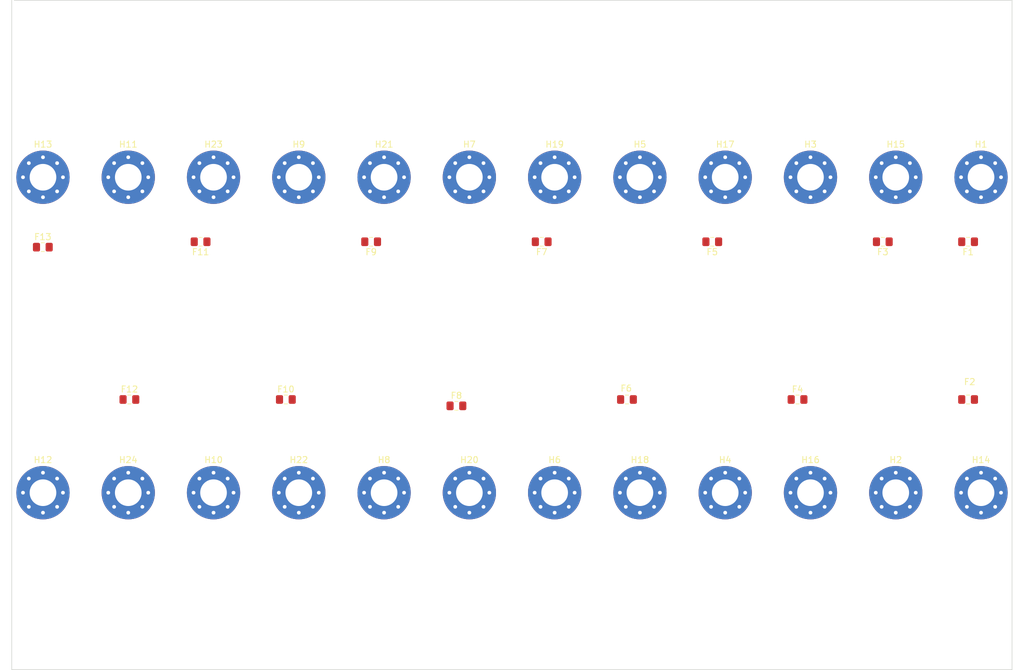
<source format=kicad_pcb>
(kicad_pcb (version 20211014) (generator pcbnew)
  (layers (0 "F.Cu" signal) (31 "B.Cu" signal) (34 "B.Paste" user) (35 "F.Paste" user) (36 "B.SilkS" user "B.Silkscreen") (37 "F.SilkS" user "F.Silkscreen") (38 "B.Mask" user) (39 "F.Mask" user) (44 "Edge.Cuts" user))
  (net 0 "")
  (net 1 "/CELL_0")
  (net 2 "/CELL_0_FUSED")
  (net 3 "/CELL_1")
  (net 4 "/CELL_1_FUSED")
  (net 5 "/CELL_2")
  (net 6 "/CELL_2_FUSED")
  (net 7 "/CELL_3")
  (net 8 "/CELL_3_FUSED")
  (net 9 "/CELL_4")
  (net 10 "/CELL_4_FUSED")
  (net 11 "/CELL_5")
  (net 12 "/CELL_5_FUSED")
  (net 13 "/CELL_6")
  (net 14 "/CELL_6_FUSED")
  (net 15 "/CELL_7")
  (net 16 "/CELL_7_FUSED")
  (net 17 "/CELL_8")
  (net 18 "/CELL_8_FUSED")
  (net 19 "/CELL_9")
  (net 20 "/CELL_9_FUSED")
  (net 21 "/CELL_10")
  (net 22 "/CELL_10_FUSED")
  (net 23 "/CELL_11")
  (net 24 "/CELL_11_FUSED")
  (net 25 "/CELL_12")
  (net 26 "/CELL_12_FUSED")
  (footprint "Fuse:Fuse_0805_2012Metric_Pad1.15x1.40mm_HandSolder" (layer "F.Cu") (at 96.32 76.35 180)
    (fp_text reference "F11" (at 0 -1.65) (layer "F.SilkS"))
    (fp_text value "4A")
    (fp_line (start -0.261252 -0.71) (end 0.261252 -0.71) (layer "F.SilkS") (width 0.12))
    (fp_line (start -0.261252 0.71) (end 0.261252 0.71) (layer "F.SilkS") (width 0.12))
    (pad "1" smd roundrect (at -1.025 0 180) (size 1.15 1.4) (layers "F.Cu" "F.Paste" "F.Mask") (roundrect_rratio 0.217391) (net 21 "/CELL_10"))
    (pad "2" smd roundrect (at 1.025 0 180) (size 1.15 1.4) (layers "F.Cu" "F.Paste" "F.Mask") (roundrect_rratio 0.217391) (net 22 "/CELL_10_FUSED"))
  )
  (footprint "MountingHole:MountingHole_4.3mm_M4_Pad_Via" (layer "F.Cu") (at 125.93 65.94)
    (fp_text reference "H21" (at 0 -5.3) (layer "F.SilkS"))
    (fp_text value "MountingHole_Pad")
    (pad "1" thru_hole circle (at 3.225 0) (size 0.9 0.9) (drill 0.6) (layers *.Cu *.Mask) (net 17 "/CELL_8"))
    (pad "1" thru_hole circle (at 0 -3.225) (size 0.9 0.9) (drill 0.6) (layers *.Cu *.Mask) (net 17 "/CELL_8"))
    (pad "1" thru_hole circle (at 2.280419 2.280419) (size 0.9 0.9) (drill 0.6) (layers *.Cu *.Mask) (net 17 "/CELL_8"))
    (pad "1" thru_hole circle (at 2.280419 -2.280419) (size 0.9 0.9) (drill 0.6) (layers *.Cu *.Mask) (net 17 "/CELL_8"))
    (pad "1" thru_hole circle (at 0 3.225) (size 0.9 0.9) (drill 0.6) (layers *.Cu *.Mask) (net 17 "/CELL_8"))
    (pad "1" thru_hole circle (at -2.280419 2.280419) (size 0.9 0.9) (drill 0.6) (layers *.Cu *.Mask) (net 17 "/CELL_8"))
    (pad "1" thru_hole circle (at -2.280419 -2.280419) (size 0.9 0.9) (drill 0.6) (layers *.Cu *.Mask) (net 17 "/CELL_8"))
    (pad "1" thru_hole circle (at 0 0) (size 8.6 8.6) (drill 4.3) (layers *.Cu *.Mask) (net 17 "/CELL_8"))
    (pad "1" thru_hole circle (at -3.225 0) (size 0.9 0.9) (drill 0.6) (layers *.Cu *.Mask) (net 17 "/CELL_8"))
  )
  (footprint "Fuse:Fuse_0805_2012Metric_Pad1.15x1.40mm_HandSolder" (layer "F.Cu") (at 192.64 101.8)
    (fp_text reference "F4" (at 0 -1.65) (layer "F.SilkS"))
    (fp_text value "4A")
    (fp_line (start -0.261252 -0.71) (end 0.261252 -0.71) (layer "F.SilkS") (width 0.12))
    (fp_line (start -0.261252 0.71) (end 0.261252 0.71) (layer "F.SilkS") (width 0.12))
    (pad "1" smd roundrect (at -1.025 0) (size 1.15 1.4) (layers "F.Cu" "F.Paste" "F.Mask") (roundrect_rratio 0.217391) (net 7 "/CELL_3"))
    (pad "2" smd roundrect (at 1.025 0) (size 1.15 1.4) (layers "F.Cu" "F.Paste" "F.Mask") (roundrect_rratio 0.217391) (net 8 "/CELL_3_FUSED"))
  )
  (footprint "MountingHole:MountingHole_4.3mm_M4_Pad_Via" (layer "F.Cu") (at 139.69 65.94)
    (fp_text reference "H7" (at 0 -5.3) (layer "F.SilkS"))
    (fp_text value "MountingHole_Pad")
    (pad "1" thru_hole circle (at -3.225 0) (size 0.9 0.9) (drill 0.6) (layers *.Cu *.Mask) (net 13 "/CELL_6"))
    (pad "1" thru_hole circle (at 0 0) (size 8.6 8.6) (drill 4.3) (layers *.Cu *.Mask) (net 13 "/CELL_6"))
    (pad "1" thru_hole circle (at 0 -3.225) (size 0.9 0.9) (drill 0.6) (layers *.Cu *.Mask) (net 13 "/CELL_6"))
    (pad "1" thru_hole circle (at 2.280419 -2.280419) (size 0.9 0.9) (drill 0.6) (layers *.Cu *.Mask) (net 13 "/CELL_6"))
    (pad "1" thru_hole circle (at 2.280419 2.280419) (size 0.9 0.9) (drill 0.6) (layers *.Cu *.Mask) (net 13 "/CELL_6"))
    (pad "1" thru_hole circle (at 0 3.225) (size 0.9 0.9) (drill 0.6) (layers *.Cu *.Mask) (net 13 "/CELL_6"))
    (pad "1" thru_hole circle (at -2.280419 -2.280419) (size 0.9 0.9) (drill 0.6) (layers *.Cu *.Mask) (net 13 "/CELL_6"))
    (pad "1" thru_hole circle (at -2.280419 2.280419) (size 0.9 0.9) (drill 0.6) (layers *.Cu *.Mask) (net 13 "/CELL_6"))
    (pad "1" thru_hole circle (at 3.225 0) (size 0.9 0.9) (drill 0.6) (layers *.Cu *.Mask) (net 13 "/CELL_6"))
  )
  (footprint "MountingHole:MountingHole_4.3mm_M4_Pad_Via" (layer "F.Cu") (at 84.65 116.84)
    (fp_text reference "H24" (at 0 -5.3) (layer "F.SilkS"))
    (fp_text value "MountingHole_Pad")
    (pad "1" thru_hole circle (at -3.225 0) (size 0.9 0.9) (drill 0.6) (layers *.Cu *.Mask) (net 23 "/CELL_11"))
    (pad "1" thru_hole circle (at 2.280419 -2.280419) (size 0.9 0.9) (drill 0.6) (layers *.Cu *.Mask) (net 23 "/CELL_11"))
    (pad "1" thru_hole circle (at 0 0) (size 8.6 8.6) (drill 4.3) (layers *.Cu *.Mask) (net 23 "/CELL_11"))
    (pad "1" thru_hole circle (at 0 -3.225) (size 0.9 0.9) (drill 0.6) (layers *.Cu *.Mask) (net 23 "/CELL_11"))
    (pad "1" thru_hole circle (at -2.280419 2.280419) (size 0.9 0.9) (drill 0.6) (layers *.Cu *.Mask) (net 23 "/CELL_11"))
    (pad "1" thru_hole circle (at 3.225 0) (size 0.9 0.9) (drill 0.6) (layers *.Cu *.Mask) (net 23 "/CELL_11"))
    (pad "1" thru_hole circle (at 2.280419 2.280419) (size 0.9 0.9) (drill 0.6) (layers *.Cu *.Mask) (net 23 "/CELL_11"))
    (pad "1" thru_hole circle (at 0 3.225) (size 0.9 0.9) (drill 0.6) (layers *.Cu *.Mask) (net 23 "/CELL_11"))
    (pad "1" thru_hole circle (at -2.280419 -2.280419) (size 0.9 0.9) (drill 0.6) (layers *.Cu *.Mask) (net 23 "/CELL_11"))
  )
  (footprint "Fuse:Fuse_0805_2012Metric_Pad1.15x1.40mm_HandSolder" (layer "F.Cu") (at 206.4 76.35 180)
    (fp_text reference "F3" (at 0 -1.65) (layer "F.SilkS"))
    (fp_text value "4A")
    (fp_line (start -0.261252 -0.71) (end 0.261252 -0.71) (layer "F.SilkS") (width 0.12))
    (fp_line (start -0.261252 0.71) (end 0.261252 0.71) (layer "F.SilkS") (width 0.12))
    (pad "1" smd roundrect (at -1.025 0 180) (size 1.15 1.4) (layers "F.Cu" "F.Paste" "F.Mask") (roundrect_rratio 0.217391) (net 5 "/CELL_2"))
    (pad "2" smd roundrect (at 1.025 0 180) (size 1.15 1.4) (layers "F.Cu" "F.Paste" "F.Mask") (roundrect_rratio 0.217391) (net 6 "/CELL_2_FUSED"))
  )
  (footprint "Fuse:Fuse_0805_2012Metric_Pad1.15x1.40mm_HandSolder" (layer "F.Cu") (at 178.88 76.35 180)
    (fp_text reference "F5" (at 0 -1.65) (layer "F.SilkS"))
    (fp_text value "4A")
    (fp_line (start -0.261252 -0.71) (end 0.261252 -0.71) (layer "F.SilkS") (width 0.12))
    (fp_line (start -0.261252 0.71) (end 0.261252 0.71) (layer "F.SilkS") (width 0.12))
    (pad "1" smd roundrect (at -1.025 0 180) (size 1.15 1.4) (layers "F.Cu" "F.Paste" "F.Mask") (roundrect_rratio 0.217391) (net 9 "/CELL_4"))
    (pad "2" smd roundrect (at 1.025 0 180) (size 1.15 1.4) (layers "F.Cu" "F.Paste" "F.Mask") (roundrect_rratio 0.217391) (net 10 "/CELL_4_FUSED"))
  )
  (footprint "Fuse:Fuse_0805_2012Metric_Pad1.15x1.40mm_HandSolder" (layer "F.Cu") (at 165.12 101.8)
    (fp_text reference "F6" (at -0.12 -1.8) (layer "F.SilkS"))
    (fp_text value "4A")
    (fp_line (start -0.261252 -0.71) (end 0.261252 -0.71) (layer "F.SilkS") (width 0.12))
    (fp_line (start -0.261252 0.71) (end 0.261252 0.71) (layer "F.SilkS") (width 0.12))
    (pad "1" smd roundrect (at -1.025 0) (size 1.15 1.4) (layers "F.Cu" "F.Paste" "F.Mask") (roundrect_rratio 0.217391) (net 11 "/CELL_5"))
    (pad "2" smd roundrect (at 1.025 0) (size 1.15 1.4) (layers "F.Cu" "F.Paste" "F.Mask") (roundrect_rratio 0.217391) (net 12 "/CELL_5_FUSED"))
  )
  (footprint "MountingHole:MountingHole_4.3mm_M4_Pad_Via" (layer "F.Cu") (at 222.25 65.94)
    (fp_text reference "H1" (at 0 -5.3) (layer "F.SilkS"))
    (fp_text value "MountingHole_Pad")
    (pad "1" thru_hole circle (at -2.280419 -2.280419) (size 0.9 0.9) (drill 0.6) (layers *.Cu *.Mask) (net 1 "/CELL_0"))
    (pad "1" thru_hole circle (at 2.280419 2.280419) (size 0.9 0.9) (drill 0.6) (layers *.Cu *.Mask) (net 1 "/CELL_0"))
    (pad "1" thru_hole circle (at 2.280419 -2.280419) (size 0.9 0.9) (drill 0.6) (layers *.Cu *.Mask) (net 1 "/CELL_0"))
    (pad "1" thru_hole circle (at -3.225 0) (size 0.9 0.9) (drill 0.6) (layers *.Cu *.Mask) (net 1 "/CELL_0"))
    (pad "1" thru_hole circle (at 0 -3.225) (size 0.9 0.9) (drill 0.6) (layers *.Cu *.Mask) (net 1 "/CELL_0"))
    (pad "1" thru_hole circle (at 0 3.225) (size 0.9 0.9) (drill 0.6) (layers *.Cu *.Mask) (net 1 "/CELL_0"))
    (pad "1" thru_hole circle (at 0 0) (size 8.6 8.6) (drill 4.3) (layers *.Cu *.Mask) (net 1 "/CELL_0"))
    (pad "1" thru_hole circle (at -2.280419 2.280419) (size 0.9 0.9) (drill 0.6) (layers *.Cu *.Mask) (net 1 "/CELL_0"))
    (pad "1" thru_hole circle (at 3.225 0) (size 0.9 0.9) (drill 0.6) (layers *.Cu *.Mask) (net 1 "/CELL_0"))
  )
  (footprint "Fuse:Fuse_0805_2012Metric_Pad1.15x1.40mm_HandSolder" (layer "F.Cu") (at 137.6 102.825)
    (fp_text reference "F8" (at 0 -1.65) (layer "F.SilkS"))
    (fp_text value "4A")
    (fp_line (start -0.261252 -0.71) (end 0.261252 -0.71) (layer "F.SilkS") (width 0.12))
    (fp_line (start -0.261252 0.71) (end 0.261252 0.71) (layer "F.SilkS") (width 0.12))
    (pad "1" smd roundrect (at -1.025 0) (size 1.15 1.4) (layers "F.Cu" "F.Paste" "F.Mask") (roundrect_rratio 0.217391) (net 15 "/CELL_7"))
    (pad "2" smd roundrect (at 1.025 0) (size 1.15 1.4) (layers "F.Cu" "F.Paste" "F.Mask") (roundrect_rratio 0.217391) (net 16 "/CELL_7_FUSED"))
  )
  (footprint "MountingHole:MountingHole_4.3mm_M4_Pad_Via" (layer "F.Cu") (at 167.21 116.84)
    (fp_text reference "H18" (at 0 -5.3) (layer "F.SilkS"))
    (fp_text value "MountingHole_Pad")
    (pad "1" thru_hole circle (at 0 0) (size 8.6 8.6) (drill 4.3) (layers *.Cu *.Mask) (net 11 "/CELL_5"))
    (pad "1" thru_hole circle (at -3.225 0) (size 0.9 0.9) (drill 0.6) (layers *.Cu *.Mask) (net 11 "/CELL_5"))
    (pad "1" thru_hole circle (at 3.225 0) (size 0.9 0.9) (drill 0.6) (layers *.Cu *.Mask) (net 11 "/CELL_5"))
    (pad "1" thru_hole circle (at -2.280419 2.280419) (size 0.9 0.9) (drill 0.6) (layers *.Cu *.Mask) (net 11 "/CELL_5"))
    (pad "1" thru_hole circle (at 2.280419 -2.280419) (size 0.9 0.9) (drill 0.6) (layers *.Cu *.Mask) (net 11 "/CELL_5"))
    (pad "1" thru_hole circle (at 0 -3.225) (size 0.9 0.9) (drill 0.6) (layers *.Cu *.Mask) (net 11 "/CELL_5"))
    (pad "1" thru_hole circle (at 2.280419 2.280419) (size 0.9 0.9) (drill 0.6) (layers *.Cu *.Mask) (net 11 "/CELL_5"))
    (pad "1" thru_hole circle (at -2.280419 -2.280419) (size 0.9 0.9) (drill 0.6) (layers *.Cu *.Mask) (net 11 "/CELL_5"))
    (pad "1" thru_hole circle (at 0 3.225) (size 0.9 0.9) (drill 0.6) (layers *.Cu *.Mask) (net 11 "/CELL_5"))
  )
  (footprint "Fuse:Fuse_0805_2012Metric_Pad1.15x1.40mm_HandSolder" (layer "F.Cu") (at 220.16 76.35 180)
    (fp_text reference "F1" (at 0 -1.65) (layer "F.SilkS"))
    (fp_text value "4A")
    (fp_line (start -0.261252 0.71) (end 0.261252 0.71) (layer "F.SilkS") (width 0.12))
    (fp_line (start -0.261252 -0.71) (end 0.261252 -0.71) (layer "F.SilkS") (width 0.12))
    (pad "1" smd roundrect (at -1.025 0 180) (size 1.15 1.4) (layers "F.Cu" "F.Paste" "F.Mask") (roundrect_rratio 0.217391) (net 1 "/CELL_0"))
    (pad "2" smd roundrect (at 1.025 0 180) (size 1.15 1.4) (layers "F.Cu" "F.Paste" "F.Mask") (roundrect_rratio 0.217391) (net 2 "/CELL_0_FUSED"))
  )
  (footprint "MountingHole:MountingHole_4.3mm_M4_Pad_Via" (layer "F.Cu") (at 194.73 116.84)
    (fp_text reference "H16" (at 0 -5.3) (layer "F.SilkS"))
    (fp_text value "MountingHole_Pad")
    (pad "1" thru_hole circle (at 0 -3.225) (size 0.9 0.9) (drill 0.6) (layers *.Cu *.Mask) (net 7 "/CELL_3"))
    (pad "1" thru_hole circle (at 0 3.225) (size 0.9 0.9) (drill 0.6) (layers *.Cu *.Mask) (net 7 "/CELL_3"))
    (pad "1" thru_hole circle (at 2.280419 -2.280419) (size 0.9 0.9) (drill 0.6) (layers *.Cu *.Mask) (net 7 "/CELL_3"))
    (pad "1" thru_hole circle (at -2.280419 -2.280419) (size 0.9 0.9) (drill 0.6) (layers *.Cu *.Mask) (net 7 "/CELL_3"))
    (pad "1" thru_hole circle (at -2.280419 2.280419) (size 0.9 0.9) (drill 0.6) (layers *.Cu *.Mask) (net 7 "/CELL_3"))
    (pad "1" thru_hole circle (at 0 0) (size 8.6 8.6) (drill 4.3) (layers *.Cu *.Mask) (net 7 "/CELL_3"))
    (pad "1" thru_hole circle (at 3.225 0) (size 0.9 0.9) (drill 0.6) (layers *.Cu *.Mask) (net 7 "/CELL_3"))
    (pad "1" thru_hole circle (at 2.280419 2.280419) (size 0.9 0.9) (drill 0.6) (layers *.Cu *.Mask) (net 7 "/CELL_3"))
    (pad "1" thru_hole circle (at -3.225 0) (size 0.9 0.9) (drill 0.6) (layers *.Cu *.Mask) (net 7 "/CELL_3"))
  )
  (footprint "Fuse:Fuse_0805_2012Metric_Pad1.15x1.40mm_HandSolder" (layer "F.Cu") (at 84.836 101.8)
    (fp_text reference "F12" (at 0 -1.65) (layer "F.SilkS"))
    (fp_text value "4A")
    (fp_line (start -0.261252 -0.71) (end 0.261252 -0.71) (layer "F.SilkS") (width 0.12))
    (fp_line (start -0.261252 0.71) (end 0.261252 0.71) (layer "F.SilkS") (width 0.12))
    (pad "1" smd roundrect (at -1.025 0) (size 1.15 1.4) (layers "F.Cu" "F.Paste" "F.Mask") (roundrect_rratio 0.217391) (net 23 "/CELL_11"))
    (pad "2" smd roundrect (at 1.025 0) (size 1.15 1.4) (layers "F.Cu" "F.Paste" "F.Mask") (roundrect_rratio 0.217391) (net 24 "/CELL_11_FUSED"))
  )
  (footprint "MountingHole:MountingHole_4.3mm_M4_Pad_Via" (layer "F.Cu") (at 112.17 65.94)
    (fp_text reference "H9" (at 0 -5.3) (layer "F.SilkS"))
    (fp_text value "MountingHole_Pad")
    (pad "1" thru_hole circle (at 0 3.225) (size 0.9 0.9) (drill 0.6) (layers *.Cu *.Mask) (net 17 "/CELL_8"))
    (pad "1" thru_hole circle (at 0 -3.225) (size 0.9 0.9) (drill 0.6) (layers *.Cu *.Mask) (net 17 "/CELL_8"))
    (pad "1" thru_hole circle (at 2.280419 2.280419) (size 0.9 0.9) (drill 0.6) (layers *.Cu *.Mask) (net 17 "/CELL_8"))
    (pad "1" thru_hole circle (at 3.225 0) (size 0.9 0.9) (drill 0.6) (layers *.Cu *.Mask) (net 17 "/CELL_8"))
    (pad "1" thru_hole circle (at 0 0) (size 8.6 8.6) (drill 4.3) (layers *.Cu *.Mask) (net 17 "/CELL_8"))
    (pad "1" thru_hole circle (at -3.225 0) (size 0.9 0.9) (drill 0.6) (layers *.Cu *.Mask) (net 17 "/CELL_8"))
    (pad "1" thru_hole circle (at -2.280419 2.280419) (size 0.9 0.9) (drill 0.6) (layers *.Cu *.Mask) (net 17 "/CELL_8"))
    (pad "1" thru_hole circle (at 2.280419 -2.280419) (size 0.9 0.9) (drill 0.6) (layers *.Cu *.Mask) (net 17 "/CELL_8"))
    (pad "1" thru_hole circle (at -2.280419 -2.280419) (size 0.9 0.9) (drill 0.6) (layers *.Cu *.Mask) (net 17 "/CELL_8"))
  )
  (footprint "Fuse:Fuse_0805_2012Metric_Pad1.15x1.40mm_HandSolder" (layer "F.Cu") (at 151.36 76.35 180)
    (fp_text reference "F7" (at 0 -1.65) (layer "F.SilkS"))
    (fp_text value "4A")
    (fp_line (start -0.261252 -0.71) (end 0.261252 -0.71) (layer "F.SilkS") (width 0.12))
    (fp_line (start -0.261252 0.71) (end 0.261252 0.71) (layer "F.SilkS") (width 0.12))
    (pad "1" smd roundrect (at -1.025 0 180) (size 1.15 1.4) (layers "F.Cu" "F.Paste" "F.Mask") (roundrect_rratio 0.217391) (net 13 "/CELL_6"))
    (pad "2" smd roundrect (at 1.025 0 180) (size 1.15 1.4) (layers "F.Cu" "F.Paste" "F.Mask") (roundrect_rratio 0.217391) (net 14 "/CELL_6_FUSED"))
  )
  (footprint "MountingHole:MountingHole_4.3mm_M4_Pad_Via" (layer "F.Cu") (at 139.69 116.84)
    (fp_text reference "H20" (at 0 -5.3) (layer "F.SilkS"))
    (fp_text value "MountingHole_Pad")
    (pad "1" thru_hole circle (at 0 -3.225) (size 0.9 0.9) (drill 0.6) (layers *.Cu *.Mask) (net 15 "/CELL_7"))
    (pad "1" thru_hole circle (at -2.280419 2.280419) (size 0.9 0.9) (drill 0.6) (layers *.Cu *.Mask) (net 15 "/CELL_7"))
    (pad "1" thru_hole circle (at -2.280419 -2.280419) (size 0.9 0.9) (drill 0.6) (layers *.Cu *.Mask) (net 15 "/CELL_7"))
    (pad "1" thru_hole circle (at 0 0) (size 8.6 8.6) (drill 4.3) (layers *.Cu *.Mask) (net 15 "/CELL_7"))
    (pad "1" thru_hole circle (at 3.225 0) (size 0.9 0.9) (drill 0.6) (layers *.Cu *.Mask) (net 15 "/CELL_7"))
    (pad "1" thru_hole circle (at 0 3.225) (size 0.9 0.9) (drill 0.6) (layers *.Cu *.Mask) (net 15 "/CELL_7"))
    (pad "1" thru_hole circle (at 2.280419 2.280419) (size 0.9 0.9) (drill 0.6) (layers *.Cu *.Mask) (net 15 "/CELL_7"))
    (pad "1" thru_hole circle (at 2.280419 -2.280419) (size 0.9 0.9) (drill 0.6) (layers *.Cu *.Mask) (net 15 "/CELL_7"))
    (pad "1" thru_hole circle (at -3.225 0) (size 0.9 0.9) (drill 0.6) (layers *.Cu *.Mask) (net 15 "/CELL_7"))
  )
  (footprint "MountingHole:MountingHole_4.3mm_M4_Pad_Via" (layer "F.Cu") (at 167.21 65.94)
    (fp_text reference "H5" (at 0 -5.3) (layer "F.SilkS"))
    (fp_text value "MountingHole_Pad")
    (pad "1" thru_hole circle (at 2.280419 -2.280419) (size 0.9 0.9) (drill 0.6) (layers *.Cu *.Mask) (net 9 "/CELL_4"))
    (pad "1" thru_hole circle (at -2.280419 2.280419) (size 0.9 0.9) (drill 0.6) (layers *.Cu *.Mask) (net 9 "/CELL_4"))
    (pad "1" thru_hole circle (at 0 3.225) (size 0.9 0.9) (drill 0.6) (layers *.Cu *.Mask) (net 9 "/CELL_4"))
    (pad "1" thru_hole circle (at -3.225 0) (size 0.9 0.9) (drill 0.6) (layers *.Cu *.Mask) (net 9 "/CELL_4"))
    (pad "1" thru_hole circle (at 3.225 0) (size 0.9 0.9) (drill 0.6) (layers *.Cu *.Mask) (net 9 "/CELL_4"))
    (pad "1" thru_hole circle (at -2.280419 -2.280419) (size 0.9 0.9) (drill 0.6) (layers *.Cu *.Mask) (net 9 "/CELL_4"))
    (pad "1" thru_hole circle (at 2.280419 2.280419) (size 0.9 0.9) (drill 0.6) (layers *.Cu *.Mask) (net 9 "/CELL_4"))
    (pad "1" thru_hole circle (at 0 -3.225) (size 0.9 0.9) (drill 0.6) (layers *.Cu *.Mask) (net 9 "/CELL_4"))
    (pad "1" thru_hole circle (at 0 0) (size 8.6 8.6) (drill 4.3) (layers *.Cu *.Mask) (net 9 "/CELL_4"))
  )
  (footprint "MountingHole:MountingHole_4.3mm_M4_Pad_Via" (layer "F.Cu") (at 222.25 116.84)
    (fp_text reference "H14" (at 0 -5.3) (layer "F.SilkS"))
    (fp_text value "MountingHole_Pad")
    (pad "1" thru_hole circle (at 2.280419 -2.280419) (size 0.9 0.9) (drill 0.6) (layers *.Cu *.Mask) (net 3 "/CELL_1"))
    (pad "1" thru_hole circle (at 0 -3.225) (size 0.9 0.9) (drill 0.6) (layers *.Cu *.Mask) (net 3 "/CELL_1"))
    (pad "1" thru_hole circle (at -2.280419 -2.280419) (size 0.9 0.9) (drill 0.6) (layers *.Cu *.Mask) (net 3 "/CELL_1"))
    (pad "1" thru_hole circle (at -2.280419 2.280419) (size 0.9 0.9) (drill 0.6) (layers *.Cu *.Mask) (net 3 "/CELL_1"))
    (pad "1" thru_hole circle (at 0 3.225) (size 0.9 0.9) (drill 0.6) (layers *.Cu *.Mask) (net 3 "/CELL_1"))
    (pad "1" thru_hole circle (at 2.280419 2.280419) (size 0.9 0.9) (drill 0.6) (layers *.Cu *.Mask) (net 3 "/CELL_1"))
    (pad "1" thru_hole circle (at 3.225 0) (size 0.9 0.9) (drill 0.6) (layers *.Cu *.Mask) (net 3 "/CELL_1"))
    (pad "1" thru_hole circle (at 0 0) (size 8.6 8.6) (drill 4.3) (layers *.Cu *.Mask) (net 3 "/CELL_1"))
    (pad "1" thru_hole circle (at -3.225 0) (size 0.9 0.9) (drill 0.6) (layers *.Cu *.Mask) (net 3 "/CELL_1"))
  )
  (footprint "MountingHole:MountingHole_4.3mm_M4_Pad_Via" (layer "F.Cu") (at 180.97 116.84)
    (fp_text reference "H4" (at 0 -5.3) (layer "F.SilkS"))
    (fp_text value "MountingHole_Pad")
    (pad "1" thru_hole circle (at 2.280419 -2.280419) (size 0.9 0.9) (drill 0.6) (layers *.Cu *.Mask) (net 7 "/CELL_3"))
    (pad "1" thru_hole circle (at 3.225 0) (size 0.9 0.9) (drill 0.6) (layers *.Cu *.Mask) (net 7 "/CELL_3"))
    (pad "1" thru_hole circle (at -3.225 0) (size 0.9 0.9) (drill 0.6) (layers *.Cu *.Mask) (net 7 "/CELL_3"))
    (pad "1" thru_hole circle (at 0 0) (size 8.6 8.6) (drill 4.3) (layers *.Cu *.Mask) (net 7 "/CELL_3"))
    (pad "1" thru_hole circle (at 0 -3.225) (size 0.9 0.9) (drill 0.6) (layers *.Cu *.Mask) (net 7 "/CELL_3"))
    (pad "1" thru_hole circle (at -2.280419 -2.280419) (size 0.9 0.9) (drill 0.6) (layers *.Cu *.Mask) (net 7 "/CELL_3"))
    (pad "1" thru_hole circle (at -2.280419 2.280419) (size 0.9 0.9) (drill 0.6) (layers *.Cu *.Mask) (net 7 "/CELL_3"))
    (pad "1" thru_hole circle (at 2.280419 2.280419) (size 0.9 0.9) (drill 0.6) (layers *.Cu *.Mask) (net 7 "/CELL_3"))
    (pad "1" thru_hole circle (at 0 3.225) (size 0.9 0.9) (drill 0.6) (layers *.Cu *.Mask) (net 7 "/CELL_3"))
  )
  (footprint "MountingHole:MountingHole_4.3mm_M4_Pad_Via" (layer "F.Cu") (at 112.17 116.84)
    (fp_text reference "H22" (at 0 -5.3) (layer "F.SilkS"))
    (fp_text value "MountingHole_Pad")
    (pad "1" thru_hole circle (at -2.280419 2.280419) (size 0.9 0.9) (drill 0.6) (layers *.Cu *.Mask) (net 19 "/CELL_9"))
    (pad "1" thru_hole circle (at 0 0) (size 8.6 8.6) (drill 4.3) (layers *.Cu *.Mask) (net 19 "/CELL_9"))
    (pad "1" thru_hole circle (at 0 3.225) (size 0.9 0.9) (drill 0.6) (layers *.Cu *.Mask) (net 19 "/CELL_9"))
    (pad "1" thru_hole circle (at -3.225 0) (size 0.9 0.9) (drill 0.6) (layers *.Cu *.Mask) (net 19 "/CELL_9"))
    (pad "1" thru_hole circle (at 2.280419 -2.280419) (size 0.9 0.9) (drill 0.6) (layers *.Cu *.Mask) (net 19 "/CELL_9"))
    (pad "1" thru_hole circle (at 3.225 0) (size 0.9 0.9) (drill 0.6) (layers *.Cu *.Mask) (net 19 "/CELL_9"))
    (pad "1" thru_hole circle (at -2.280419 -2.280419) (size 0.9 0.9) (drill 0.6) (layers *.Cu *.Mask) (net 19 "/CELL_9"))
    (pad "1" thru_hole circle (at 2.280419 2.280419) (size 0.9 0.9) (drill 0.6) (layers *.Cu *.Mask) (net 19 "/CELL_9"))
    (pad "1" thru_hole circle (at 0 -3.225) (size 0.9 0.9) (drill 0.6) (layers *.Cu *.Mask) (net 19 "/CELL_9"))
  )
  (footprint "MountingHole:MountingHole_4.3mm_M4_Pad_Via" (layer "F.Cu") (at 208.49 116.84)
    (fp_text reference "H2" (at 0 -5.3) (layer "F.SilkS"))
    (fp_text value "MountingHole_Pad")
    (pad "1" thru_hole circle (at 0 3.225) (size 0.9 0.9) (drill 0.6) (layers *.Cu *.Mask) (net 3 "/CELL_1"))
    (pad "1" thru_hole circle (at -2.280419 2.280419) (size 0.9 0.9) (drill 0.6) (layers *.Cu *.Mask) (net 3 "/CELL_1"))
    (pad "1" thru_hole circle (at 2.280419 2.280419) (size 0.9 0.9) (drill 0.6) (layers *.Cu *.Mask) (net 3 "/CELL_1"))
    (pad "1" thru_hole circle (at -2.280419 -2.280419) (size 0.9 0.9) (drill 0.6) (layers *.Cu *.Mask) (net 3 "/CELL_1"))
    (pad "1" thru_hole circle (at -3.225 0) (size 0.9 0.9) (drill 0.6) (layers *.Cu *.Mask) (net 3 "/CELL_1"))
    (pad "1" thru_hole circle (at 0 0) (size 8.6 8.6) (drill 4.3) (layers *.Cu *.Mask) (net 3 "/CELL_1"))
    (pad "1" thru_hole circle (at 2.280419 -2.280419) (size 0.9 0.9) (drill 0.6) (layers *.Cu *.Mask) (net 3 "/CELL_1"))
    (pad "1" thru_hole circle (at 0 -3.225) (size 0.9 0.9) (drill 0.6) (layers *.Cu *.Mask) (net 3 "/CELL_1"))
    (pad "1" thru_hole circle (at 3.225 0) (size 0.9 0.9) (drill 0.6) (layers *.Cu *.Mask) (net 3 "/CELL_1"))
  )
  (footprint "MountingHole:MountingHole_4.3mm_M4_Pad_Via" (layer "F.Cu") (at 98.41 116.84)
    (fp_text reference "H10" (at 0 -5.3) (layer "F.SilkS"))
    (fp_text value "MountingHole_Pad")
    (pad "1" thru_hole circle (at -3.225 0) (size 0.9 0.9) (drill 0.6) (layers *.Cu *.Mask) (net 19 "/CELL_9"))
    (pad "1" thru_hole circle (at 0 3.225) (size 0.9 0.9) (drill 0.6) (layers *.Cu *.Mask) (net 19 "/CELL_9"))
    (pad "1" thru_hole circle (at 3.225 0) (size 0.9 0.9) (drill 0.6) (layers *.Cu *.Mask) (net 19 "/CELL_9"))
    (pad "1" thru_hole circle (at 0 0) (size 8.6 8.6) (drill 4.3) (layers *.Cu *.Mask) (net 19 "/CELL_9"))
    (pad "1" thru_hole circle (at -2.280419 2.280419) (size 0.9 0.9) (drill 0.6) (layers *.Cu *.Mask) (net 19 "/CELL_9"))
    (pad "1" thru_hole circle (at 2.280419 2.280419) (size 0.9 0.9) (drill 0.6) (layers *.Cu *.Mask) (net 19 "/CELL_9"))
    (pad "1" thru_hole circle (at 2.280419 -2.280419) (size 0.9 0.9) (drill 0.6) (layers *.Cu *.Mask) (net 19 "/CELL_9"))
    (pad "1" thru_hole circle (at -2.280419 -2.280419) (size 0.9 0.9) (drill 0.6) (layers *.Cu *.Mask) (net 19 "/CELL_9"))
    (pad "1" thru_hole circle (at 0 -3.225) (size 0.9 0.9) (drill 0.6) (layers *.Cu *.Mask) (net 19 "/CELL_9"))
  )
  (footprint "Fuse:Fuse_0805_2012Metric_Pad1.15x1.40mm_HandSolder" (layer "F.Cu") (at 123.84 76.35 180)
    (fp_text reference "F9" (at 0 -1.65) (layer "F.SilkS"))
    (fp_text value "4A")
    (fp_line (start -0.261252 0.71) (end 0.261252 0.71) (layer "F.SilkS") (width 0.12))
    (fp_line (start -0.261252 -0.71) (end 0.261252 -0.71) (layer "F.SilkS") (width 0.12))
    (pad "1" smd roundrect (at -1.025 0 180) (size 1.15 1.4) (layers "F.Cu" "F.Paste" "F.Mask") (roundrect_rratio 0.217391) (net 17 "/CELL_8"))
    (pad "2" smd roundrect (at 1.025 0 180) (size 1.15 1.4) (layers "F.Cu" "F.Paste" "F.Mask") (roundrect_rratio 0.217391) (net 18 "/CELL_8_FUSED"))
  )
  (footprint "MountingHole:MountingHole_4.3mm_M4_Pad_Via" (layer "F.Cu") (at 153.45 65.94)
    (fp_text reference "H19" (at 0 -5.3) (layer "F.SilkS"))
    (fp_text value "MountingHole_Pad")
    (pad "1" thru_hole circle (at 0 -3.225) (size 0.9 0.9) (drill 0.6) (layers *.Cu *.Mask) (net 13 "/CELL_6"))
    (pad "1" thru_hole circle (at -3.225 0) (size 0.9 0.9) (drill 0.6) (layers *.Cu *.Mask) (net 13 "/CELL_6"))
    (pad "1" thru_hole circle (at -2.280419 -2.280419) (size 0.9 0.9) (drill 0.6) (layers *.Cu *.Mask) (net 13 "/CELL_6"))
    (pad "1" thru_hole circle (at 0 0) (size 8.6 8.6) (drill 4.3) (layers *.Cu *.Mask) (net 13 "/CELL_6"))
    (pad "1" thru_hole circle (at 2.280419 2.280419) (size 0.9 0.9) (drill 0.6) (layers *.Cu *.Mask) (net 13 "/CELL_6"))
    (pad "1" thru_hole circle (at -2.280419 2.280419) (size 0.9 0.9) (drill 0.6) (layers *.Cu *.Mask) (net 13 "/CELL_6"))
    (pad "1" thru_hole circle (at 0 3.225) (size 0.9 0.9) (drill 0.6) (layers *.Cu *.Mask) (net 13 "/CELL_6"))
    (pad "1" thru_hole circle (at 2.280419 -2.280419) (size 0.9 0.9) (drill 0.6) (layers *.Cu *.Mask) (net 13 "/CELL_6"))
    (pad "1" thru_hole circle (at 3.225 0) (size 0.9 0.9) (drill 0.6) (layers *.Cu *.Mask) (net 13 "/CELL_6"))
  )
  (footprint "MountingHole:MountingHole_4.3mm_M4_Pad_Via" (layer "F.Cu") (at 70.89 65.94)
    (fp_text reference "H13" (at 0 -5.3) (layer "F.SilkS"))
    (fp_text value "MountingHole_Pad")
    (pad "1" thru_hole circle (at -2.280419 -2.280419) (size 0.9 0.9) (drill 0.6) (layers *.Cu *.Mask) (net 25 "/CELL_12"))
    (pad "1" thru_hole circle (at 3.225 0) (size 0.9 0.9) (drill 0.6) (layers *.Cu *.Mask) (net 25 "/CELL_12"))
    (pad "1" thru_hole circle (at -2.280419 2.280419) (size 0.9 0.9) (drill 0.6) (layers *.Cu *.Mask) (net 25 "/CELL_12"))
    (pad "1" thru_hole circle (at 0 0) (size 8.6 8.6) (drill 4.3) (layers *.Cu *.Mask) (net 25 "/CELL_12"))
    (pad "1" thru_hole circle (at 2.280419 -2.280419) (size 0.9 0.9) (drill 0.6) (layers *.Cu *.Mask) (net 25 "/CELL_12"))
    (pad "1" thru_hole circle (at 0 -3.225) (size 0.9 0.9) (drill 0.6) (layers *.Cu *.Mask) (net 25 "/CELL_12"))
    (pad "1" thru_hole circle (at 0 3.225) (size 0.9 0.9) (drill 0.6) (layers *.Cu *.Mask) (net 25 "/CELL_12"))
    (pad "1" thru_hole circle (at 2.280419 2.280419) (size 0.9 0.9) (drill 0.6) (layers *.Cu *.Mask) (net 25 "/CELL_12"))
    (pad "1" thru_hole circle (at -3.225 0) (size 0.9 0.9) (drill 0.6) (layers *.Cu *.Mask) (net 25 "/CELL_12"))
  )
  (footprint "Fuse:Fuse_0805_2012Metric_Pad1.15x1.40mm_HandSolder" (layer "F.Cu") (at 220.16 101.8)
    (fp_text reference "F2" (at 0.261252 -2.84) (layer "F.SilkS"))
    (fp_text value "4A")
    (fp_line (start -0.261252 -0.71) (end 0.261252 -0.71) (layer "F.SilkS") (width 0.12))
    (fp_line (start -0.261252 0.71) (end 0.261252 0.71) (layer "F.SilkS") (width 0.12))
    (pad "1" smd roundrect (at -1.025 0) (size 1.15 1.4) (layers "F.Cu" "F.Paste" "F.Mask") (roundrect_rratio 0.217391) (net 3 "/CELL_1"))
    (pad "2" smd roundrect (at 1.025 0) (size 1.15 1.4) (layers "F.Cu" "F.Paste" "F.Mask") (roundrect_rratio 0.217391) (net 4 "/CELL_1_FUSED"))
  )
  (footprint "Fuse:Fuse_0805_2012Metric_Pad1.15x1.40mm_HandSolder" (layer "F.Cu") (at 110.08 101.8)
    (fp_text reference "F10" (at 0 -1.65) (layer "F.SilkS"))
    (fp_text value "4A")
    (fp_line (start -0.261252 -0.71) (end 0.261252 -0.71) (layer "F.SilkS") (width 0.12))
    (fp_line (start -0.261252 0.71) (end 0.261252 0.71) (layer "F.SilkS") (width 0.12))
    (pad "1" smd roundrect (at -1.025 0) (size 1.15 1.4) (layers "F.Cu" "F.Paste" "F.Mask") (roundrect_rratio 0.217391) (net 19 "/CELL_9"))
    (pad "2" smd roundrect (at 1.025 0) (size 1.15 1.4) (layers "F.Cu" "F.Paste" "F.Mask") (roundrect_rratio 0.217391) (net 20 "/CELL_9_FUSED"))
  )
  (footprint "MountingHole:MountingHole_4.3mm_M4_Pad_Via" (layer "F.Cu") (at 70.89 116.84)
    (fp_text reference "H12" (at 0 -5.3) (layer "F.SilkS"))
    (fp_text value "MountingHole_Pad")
    (pad "1" thru_hole circle (at 0 3.225) (size 0.9 0.9) (drill 0.6) (layers *.Cu *.Mask) (net 23 "/CELL_11"))
    (pad "1" thru_hole circle (at 3.225 0) (size 0.9 0.9) (drill 0.6) (layers *.Cu *.Mask) (net 23 "/CELL_11"))
    (pad "1" thru_hole circle (at 2.280419 2.280419) (size 0.9 0.9) (drill 0.6) (layers *.Cu *.Mask) (net 23 "/CELL_11"))
    (pad "1" thru_hole circle (at 2.280419 -2.280419) (size 0.9 0.9) (drill 0.6) (layers *.Cu *.Mask) (net 23 "/CELL_11"))
    (pad "1" thru_hole circle (at 0 -3.225) (size 0.9 0.9) (drill 0.6) (layers *.Cu *.Mask) (net 23 "/CELL_11"))
    (pad "1" thru_hole circle (at -2.280419 2.280419) (size 0.9 0.9) (drill 0.6) (layers *.Cu *.Mask) (net 23 "/CELL_11"))
    (pad "1" thru_hole circle (at -3.225 0) (size 0.9 0.9) (drill 0.6) (layers *.Cu *.Mask) (net 23 "/CELL_11"))
    (pad "1" thru_hole circle (at -2.280419 -2.280419) (size 0.9 0.9) (drill 0.6) (layers *.Cu *.Mask) (net 23 "/CELL_11"))
    (pad "1" thru_hole circle (at 0 0) (size 8.6 8.6) (drill 4.3) (layers *.Cu *.Mask) (net 23 "/CELL_11"))
  )
  (footprint "MountingHole:MountingHole_4.3mm_M4_Pad_Via" (layer "F.Cu") (at 98.41 65.94)
    (fp_text reference "H23" (at 0 -5.3) (layer "F.SilkS"))
    (fp_text value "MountingHole_Pad")
    (pad "1" thru_hole circle (at -2.280419 -2.280419) (size 0.9 0.9) (drill 0.6) (layers *.Cu *.Mask) (net 21 "/CELL_10"))
    (pad "1" thru_hole circle (at 3.225 0) (size 0.9 0.9) (drill 0.6) (layers *.Cu *.Mask) (net 21 "/CELL_10"))
    (pad "1" thru_hole circle (at 0 3.225) (size 0.9 0.9) (drill 0.6) (layers *.Cu *.Mask) (net 21 "/CELL_10"))
    (pad "1" thru_hole circle (at -2.280419 2.280419) (size 0.9 0.9) (drill 0.6) (layers *.Cu *.Mask) (net 21 "/CELL_10"))
    (pad "1" thru_hole circle (at 0 0) (size 8.6 8.6) (drill 4.3) (layers *.Cu *.Mask) (net 21 "/CELL_10"))
    (pad "1" thru_hole circle (at 2.280419 2.280419) (size 0.9 0.9) (drill 0.6) (layers *.Cu *.Mask) (net 21 "/CELL_10"))
    (pad "1" thru_hole circle (at -3.225 0) (size 0.9 0.9) (drill 0.6) (layers *.Cu *.Mask) (net 21 "/CELL_10"))
    (pad "1" thru_hole circle (at 2.280419 -2.280419) (size 0.9 0.9) (drill 0.6) (layers *.Cu *.Mask) (net 21 "/CELL_10"))
    (pad "1" thru_hole circle (at 0 -3.225) (size 0.9 0.9) (drill 0.6) (layers *.Cu *.Mask) (net 21 "/CELL_10"))
  )
  (footprint "MountingHole:MountingHole_4.3mm_M4_Pad_Via" (layer "F.Cu") (at 194.73 65.94)
    (fp_text reference "H3" (at 0 -5.3) (layer "F.SilkS"))
    (fp_text value "MountingHole_Pad")
    (pad "1" thru_hole circle (at -3.225 0) (size 0.9 0.9) (drill 0.6) (layers *.Cu *.Mask) (net 5 "/CELL_2"))
    (pad "1" thru_hole circle (at 2.280419 -2.280419) (size 0.9 0.9) (drill 0.6) (layers *.Cu *.Mask) (net 5 "/CELL_2"))
    (pad "1" thru_hole circle (at -2.280419 -2.280419) (size 0.9 0.9) (drill 0.6) (layers *.Cu *.Mask) (net 5 "/CELL_2"))
    (pad "1" thru_hole circle (at 0 0) (size 8.6 8.6) (drill 4.3) (layers *.Cu *.Mask) (net 5 "/CELL_2"))
    (pad "1" thru_hole circle (at 0 -3.225) (size 0.9 0.9) (drill 0.6) (layers *.Cu *.Mask) (net 5 "/CELL_2"))
    (pad "1" thru_hole circle (at 0 3.225) (size 0.9 0.9) (drill 0.6) (layers *.Cu *.Mask) (net 5 "/CELL_2"))
    (pad "1" thru_hole circle (at -2.280419 2.280419) (size 0.9 0.9) (drill 0.6) (layers *.Cu *.Mask) (net 5 "/CELL_2"))
    (pad "1" thru_hole circle (at 2.280419 2.280419) (size 0.9 0.9) (drill 0.6) (layers *.Cu *.Mask) (net 5 "/CELL_2"))
    (pad "1" thru_hole circle (at 3.225 0) (size 0.9 0.9) (drill 0.6) (layers *.Cu *.Mask) (net 5 "/CELL_2"))
  )
  (footprint "MountingHole:MountingHole_4.3mm_M4_Pad_Via" (layer "F.Cu") (at 180.97 65.94)
    (fp_text reference "H17" (at 0 -5.3) (layer "F.SilkS"))
    (fp_text value "MountingHole_Pad")
    (pad "1" thru_hole circle (at 0 3.225) (size 0.9 0.9) (drill 0.6) (layers *.Cu *.Mask) (net 9 "/CELL_4"))
    (pad "1" thru_hole circle (at -3.225 0) (size 0.9 0.9) (drill 0.6) (layers *.Cu *.Mask) (net 9 "/CELL_4"))
    (pad "1" thru_hole circle (at -2.280419 2.280419) (size 0.9 0.9) (drill 0.6) (layers *.Cu *.Mask) (net 9 "/CELL_4"))
    (pad "1" thru_hole circle (at 0 0) (size 8.6 8.6) (drill 4.3) (layers *.Cu *.Mask) (net 9 "/CELL_4"))
    (pad "1" thru_hole circle (at 3.225 0) (size 0.9 0.9) (drill 0.6) (layers *.Cu *.Mask) (net 9 "/CELL_4"))
    (pad "1" thru_hole circle (at 2.280419 2.280419) (size 0.9 0.9) (drill 0.6) (layers *.Cu *.Mask) (net 9 "/CELL_4"))
    (pad "1" thru_hole circle (at 2.280419 -2.280419) (size 0.9 0.9) (drill 0.6) (layers *.Cu *.Mask) (net 9 "/CELL_4"))
    (pad "1" thru_hole circle (at 0 -3.225) (size 0.9 0.9) (drill 0.6) (layers *.Cu *.Mask) (net 9 "/CELL_4"))
    (pad "1" thru_hole circle (at -2.280419 -2.280419) (size 0.9 0.9) (drill 0.6) (layers *.Cu *.Mask) (net 9 "/CELL_4"))
  )
  (footprint "MountingHole:MountingHole_4.3mm_M4_Pad_Via" (layer "F.Cu") (at 208.49 65.94)
    (fp_text reference "H15" (at 0 -5.3) (layer "F.SilkS"))
    (fp_text value "MountingHole_Pad")
    (pad "1" thru_hole circle (at 0 3.225) (size 0.9 0.9) (drill 0.6) (layers *.Cu *.Mask) (net 5 "/CELL_2"))
    (pad "1" thru_hole circle (at 0 0) (size 8.6 8.6) (drill 4.3) (layers *.Cu *.Mask) (net 5 "/CELL_2"))
    (pad "1" thru_hole circle (at 2.280419 2.280419) (size 0.9 0.9) (drill 0.6) (layers *.Cu *.Mask) (net 5 "/CELL_2"))
    (pad "1" thru_hole circle (at 0 -3.225) (size 0.9 0.9) (drill 0.6) (layers *.Cu *.Mask) (net 5 "/CELL_2"))
    (pad "1" thru_hole circle (at 2.280419 -2.280419) (size 0.9 0.9) (drill 0.6) (layers *.Cu *.Mask) (net 5 "/CELL_2"))
    (pad "1" thru_hole circle (at -2.280419 -2.280419) (size 0.9 0.9) (drill 0.6) (layers *.Cu *.Mask) (net 5 "/CELL_2"))
    (pad "1" thru_hole circle (at 3.225 0) (size 0.9 0.9) (drill 0.6) (layers *.Cu *.Mask) (net 5 "/CELL_2"))
    (pad "1" thru_hole circle (at -3.225 0) (size 0.9 0.9) (drill 0.6) (layers *.Cu *.Mask) (net 5 "/CELL_2"))
    (pad "1" thru_hole circle (at -2.280419 2.280419) (size 0.9 0.9) (drill 0.6) (layers *.Cu *.Mask) (net 5 "/CELL_2"))
  )
  (footprint "MountingHole:MountingHole_4.3mm_M4_Pad_Via" (layer "F.Cu") (at 84.65 65.94)
    (fp_text reference "H11" (at 0 -5.3) (layer "F.SilkS"))
    (fp_text value "MountingHole_Pad")
    (pad "1" thru_hole circle (at -3.225 0) (size 0.9 0.9) (drill 0.6) (layers *.Cu *.Mask) (net 21 "/CELL_10"))
    (pad "1" thru_hole circle (at 2.280419 -2.280419) (size 0.9 0.9) (drill 0.6) (layers *.Cu *.Mask) (net 21 "/CELL_10"))
    (pad "1" thru_hole circle (at 2.280419 2.280419) (size 0.9 0.9) (drill 0.6) (layers *.Cu *.Mask) (net 21 "/CELL_10"))
    (pad "1" thru_hole circle (at -2.280419 -2.280419) (size 0.9 0.9) (drill 0.6) (layers *.Cu *.Mask) (net 21 "/CELL_10"))
    (pad "1" thru_hole circle (at 0 0) (size 8.6 8.6) (drill 4.3) (layers *.Cu *.Mask) (net 21 "/CELL_10"))
    (pad "1" thru_hole circle (at 0 3.225) (size 0.9 0.9) (drill 0.6) (layers *.Cu *.Mask) (net 21 "/CELL_10"))
    (pad "1" thru_hole circle (at -2.280419 2.280419) (size 0.9 0.9) (drill 0.6) (layers *.Cu *.Mask) (net 21 "/CELL_10"))
    (pad "1" thru_hole circle (at 0 -3.225) (size 0.9 0.9) (drill 0.6) (layers *.Cu *.Mask) (net 21 "/CELL_10"))
    (pad "1" thru_hole circle (at 3.225 0) (size 0.9 0.9) (drill 0.6) (layers *.Cu *.Mask) (net 21 "/CELL_10"))
  )
  (footprint "MountingHole:MountingHole_4.3mm_M4_Pad_Via" (layer "F.Cu") (at 125.93 116.84)
    (fp_text reference "H8" (at 0 -5.3) (layer "F.SilkS"))
    (fp_text value "MountingHole_Pad")
    (pad "1" thru_hole circle (at 2.280419 -2.280419) (size 0.9 0.9) (drill 0.6) (layers *.Cu *.Mask) (net 15 "/CELL_7"))
    (pad "1" thru_hole circle (at 0 3.225) (size 0.9 0.9) (drill 0.6) (layers *.Cu *.Mask) (net 15 "/CELL_7"))
    (pad "1" thru_hole circle (at -2.280419 2.280419) (size 0.9 0.9) (drill 0.6) (layers *.Cu *.Mask) (net 15 "/CELL_7"))
    (pad "1" thru_hole circle (at 3.225 0) (size 0.9 0.9) (drill 0.6) (layers *.Cu *.Mask) (net 15 "/CELL_7"))
    (pad "1" thru_hole circle (at 2.280419 2.280419) (size 0.9 0.9) (drill 0.6) (layers *.Cu *.Mask) (net 15 "/CELL_7"))
    (pad "1" thru_hole circle (at 0 0) (size 8.6 8.6) (drill 4.3) (layers *.Cu *.Mask) (net 15 "/CELL_7"))
    (pad "1" thru_hole circle (at 0 -3.225) (size 0.9 0.9) (drill 0.6) (layers *.Cu *.Mask) (net 15 "/CELL_7"))
    (pad "1" thru_hole circle (at -3.225 0) (size 0.9 0.9) (drill 0.6) (layers *.Cu *.Mask) (net 15 "/CELL_7"))
    (pad "1" thru_hole circle (at -2.280419 -2.280419) (size 0.9 0.9) (drill 0.6) (layers *.Cu *.Mask) (net 15 "/CELL_7"))
  )
  (footprint "MountingHole:MountingHole_4.3mm_M4_Pad_Via" (layer "F.Cu") (at 153.45 116.84)
    (fp_text reference "H6" (at 0 -5.3) (layer "F.SilkS"))
    (fp_text value "MountingHole_Pad")
    (pad "1" thru_hole circle (at 3.225 0) (size 0.9 0.9) (drill 0.6) (layers *.Cu *.Mask) (net 11 "/CELL_5"))
    (pad "1" thru_hole circle (at -2.280419 -2.280419) (size 0.9 0.9) (drill 0.6) (layers *.Cu *.Mask) (net 11 "/CELL_5"))
    (pad "1" thru_hole circle (at -2.280419 2.280419) (size 0.9 0.9) (drill 0.6) (layers *.Cu *.Mask) (net 11 "/CELL_5"))
    (pad "1" thru_hole circle (at 0 -3.225) (size 0.9 0.9) (drill 0.6) (layers *.Cu *.Mask) (net 11 "/CELL_5"))
    (pad "1" thru_hole circle (at 2.280419 2.280419) (size 0.9 0.9) (drill 0.6) (layers *.Cu *.Mask) (net 11 "/CELL_5"))
    (pad "1" thru_hole circle (at 2.280419 -2.280419) (size 0.9 0.9) (drill 0.6) (layers *.Cu *.Mask) (net 11 "/CELL_5"))
    (pad "1" thru_hole circle (at 0 0) (size 8.6 8.6) (drill 4.3) (layers *.Cu *.Mask) (net 11 "/CELL_5"))
    (pad "1" thru_hole circle (at 0 3.225) (size 0.9 0.9) (drill 0.6) (layers *.Cu *.Mask) (net 11 "/CELL_5"))
    (pad "1" thru_hole circle (at -3.225 0) (size 0.9 0.9) (drill 0.6) (layers *.Cu *.Mask) (net 11 "/CELL_5"))
  )
  (footprint "Fuse:Fuse_0805_2012Metric_Pad1.15x1.40mm_HandSolder" (layer "F.Cu") (at 70.866 77.216)
    (fp_text reference "F13" (at 0 -1.65) (layer "F.SilkS"))
    (fp_text value "4A")
    (fp_line (start -0.261252 -0.71) (end 0.261252 -0.71) (layer "F.SilkS") (width 0.12))
    (fp_line (start -0.261252 0.71) (end 0.261252 0.71) (layer "F.SilkS") (width 0.12))
    (pad "1" smd roundrect (at -1.025 0) (size 1.15 1.4) (layers "F.Cu" "F.Paste" "F.Mask") (roundrect_rratio 0.217391) (net 25 "/CELL_12"))
    (pad "2" smd roundrect (at 1.025 0) (size 1.15 1.4) (layers "F.Cu" "F.Paste" "F.Mask") (roundrect_rratio 0.217391) (net 26 "/CELL_12_FUSED"))
  )
  (gr_line (start 227.25 37.39) (end 227.25 145.39) (layer "Edge.Cuts") (width 0.1))
  (gr_line (start 227.25 37.39) (end 66.25 37.39) (layer "Edge.Cuts") (width 0.1))
  (gr_line (start 227.25 145.39) (end 65.85 145.39) (layer "Edge.Cuts") (width 0.1))
  (gr_line (start 65.85 145.39) (end 65.85 37.39) (layer "Edge.Cuts") (width 0.1))
)
</source>
